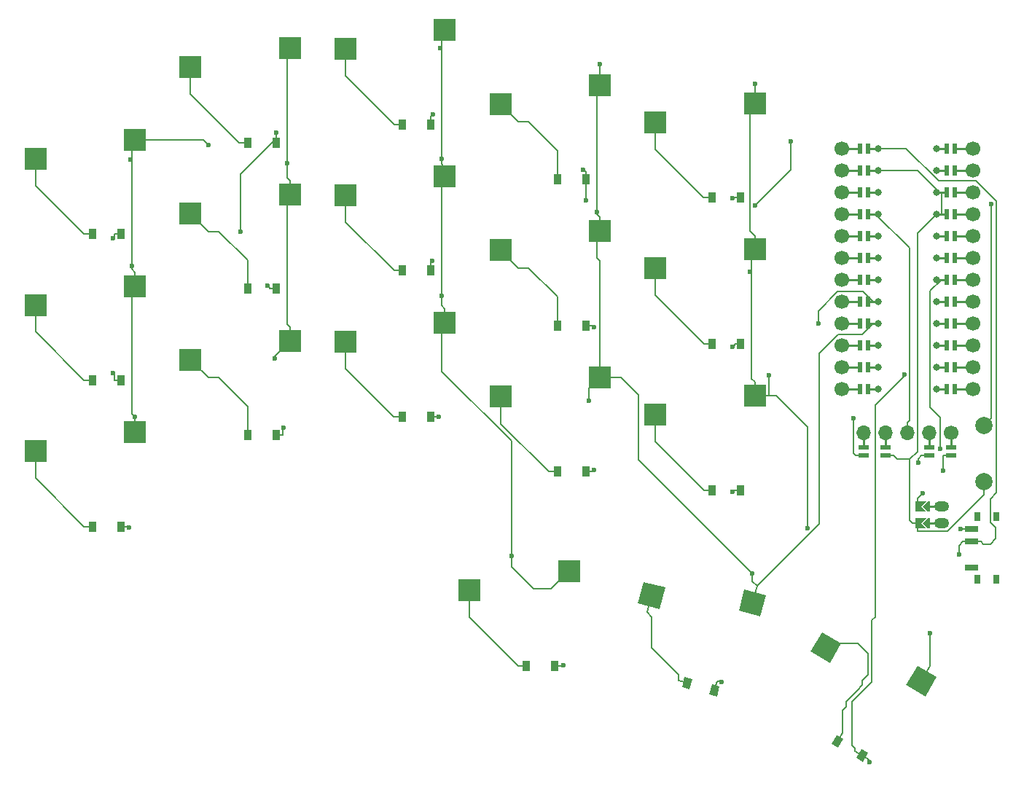
<source format=gtl>
G04 #@! TF.GenerationSoftware,KiCad,Pcbnew,8.0.6+1*
G04 #@! TF.CreationDate,2024-12-31T16:22:39+00:00*
G04 #@! TF.ProjectId,corney_island_wireless_autorouted,636f726e-6579-45f6-9973-6c616e645f77,0.2*
G04 #@! TF.SameCoordinates,Original*
G04 #@! TF.FileFunction,Copper,L1,Top*
G04 #@! TF.FilePolarity,Positive*
%FSLAX46Y46*%
G04 Gerber Fmt 4.6, Leading zero omitted, Abs format (unit mm)*
G04 Created by KiCad (PCBNEW 8.0.6+1) date 2024-12-31 16:22:39*
%MOMM*%
%LPD*%
G01*
G04 APERTURE LIST*
G04 #@! TA.AperFunction,ComponentPad*
%ADD10C,2.000000*%
G04 #@! TD*
G04 #@! TA.AperFunction,SMDPad,CuDef*
%ADD11R,0.900000X1.200000*%
G04 #@! TD*
G04 #@! TA.AperFunction,SMDPad,CuDef*
%ADD12R,2.600000X2.600000*%
G04 #@! TD*
G04 #@! TA.AperFunction,ComponentPad*
%ADD13C,1.700000*%
G04 #@! TD*
G04 #@! TA.AperFunction,SMDPad,CuDef*
%ADD14R,0.600000X1.200000*%
G04 #@! TD*
G04 #@! TA.AperFunction,ComponentPad*
%ADD15C,0.800000*%
G04 #@! TD*
G04 #@! TA.AperFunction,ComponentPad*
%ADD16O,1.700000X1.700000*%
G04 #@! TD*
G04 #@! TA.AperFunction,SMDPad,CuDef*
%ADD17R,1.200000X0.600000*%
G04 #@! TD*
G04 #@! TA.AperFunction,SMDPad,CuDef*
%ADD18R,0.800000X1.000000*%
G04 #@! TD*
G04 #@! TA.AperFunction,SMDPad,CuDef*
%ADD19R,1.500000X0.700000*%
G04 #@! TD*
G04 #@! TA.AperFunction,ComponentPad*
%ADD20O,1.750000X1.200000*%
G04 #@! TD*
G04 #@! TA.AperFunction,ViaPad*
%ADD21C,0.600000*%
G04 #@! TD*
G04 #@! TA.AperFunction,Conductor*
%ADD22C,0.200000*%
G04 #@! TD*
G04 #@! TA.AperFunction,Conductor*
%ADD23C,0.250000*%
G04 #@! TD*
G04 APERTURE END LIST*
D10*
X201900000Y-93250000D03*
X201900000Y-99750000D03*
G04 #@! TA.AperFunction,SMDPad,CuDef*
G36*
X173404512Y-114788613D02*
G01*
X174077441Y-112277206D01*
X176588848Y-112950135D01*
X175915919Y-115461542D01*
X173404512Y-114788613D01*
G37*
G04 #@! TD.AperFunction*
G04 #@! TA.AperFunction,SMDPad,CuDef*
G36*
X161678667Y-113924290D02*
G01*
X162351596Y-111412883D01*
X164863003Y-112085812D01*
X164190074Y-114597219D01*
X161678667Y-113924290D01*
G37*
G04 #@! TD.AperFunction*
D11*
X173650000Y-100750000D03*
X170350000Y-100750000D03*
D12*
X121275000Y-83425000D03*
X109725000Y-85625000D03*
X139275000Y-47300000D03*
X127725000Y-49500000D03*
D11*
X155650000Y-64625000D03*
X152350000Y-64625000D03*
G04 #@! TA.AperFunction,SMDPad,CuDef*
G36*
X171182936Y-123562563D02*
G01*
X170872353Y-124721674D01*
X170003020Y-124488737D01*
X170313603Y-123329626D01*
X171182936Y-123562563D01*
G37*
G04 #@! TD.AperFunction*
G04 #@! TA.AperFunction,SMDPad,CuDef*
G36*
X167995380Y-122708463D02*
G01*
X167684797Y-123867574D01*
X166815464Y-123634637D01*
X167126047Y-122475526D01*
X167995380Y-122708463D01*
G37*
G04 #@! TD.AperFunction*
X173650000Y-66750000D03*
X170350000Y-66750000D03*
X155650000Y-98625000D03*
X152350000Y-98625000D03*
X101650000Y-88000000D03*
X98350000Y-88000000D03*
D13*
X200620000Y-61045000D03*
X200620000Y-63585000D03*
X200620000Y-66125000D03*
X200620000Y-68665000D03*
X200620000Y-71205000D03*
X200620000Y-73745000D03*
X200620000Y-76285000D03*
X200620000Y-78825000D03*
X200620000Y-81365000D03*
X200620000Y-83905000D03*
X200620000Y-86445000D03*
X200620000Y-88985000D03*
X185380000Y-88985000D03*
D14*
X187520000Y-88985000D03*
X198480000Y-88985000D03*
D13*
X185380000Y-86445000D03*
D14*
X187520000Y-86445000D03*
X198480000Y-86445000D03*
D13*
X185380000Y-83905000D03*
D14*
X187520000Y-83905000D03*
X198480000Y-83905000D03*
D13*
X185380000Y-81365000D03*
D14*
X187520000Y-81365000D03*
X198480000Y-81365000D03*
D13*
X185380000Y-78825000D03*
D14*
X187520000Y-78825000D03*
X198480000Y-78825000D03*
D13*
X185380000Y-76285000D03*
D14*
X187520000Y-76285000D03*
X198480000Y-76285000D03*
D13*
X185380000Y-73745000D03*
D14*
X187520000Y-73745000D03*
X198480000Y-73745000D03*
D13*
X185380000Y-71205000D03*
D14*
X187520000Y-71205000D03*
X198480000Y-71205000D03*
D13*
X185380000Y-68665000D03*
D14*
X187520000Y-68665000D03*
X198480000Y-68665000D03*
D13*
X185380000Y-66125000D03*
D14*
X187520000Y-66125000D03*
X198480000Y-66125000D03*
D13*
X185380000Y-63585000D03*
D14*
X187520000Y-63585000D03*
X198480000Y-63585000D03*
D13*
X185380000Y-61045000D03*
D14*
X187520000Y-61045000D03*
X198480000Y-61045000D03*
D15*
X196400000Y-61045000D03*
D14*
X197580000Y-61045000D03*
D15*
X196400000Y-63585000D03*
D14*
X197580000Y-63585000D03*
D15*
X196400000Y-66125000D03*
D14*
X197580000Y-66125000D03*
D15*
X196400000Y-68665000D03*
D14*
X197580000Y-68665000D03*
D15*
X196400000Y-71205000D03*
D14*
X197580000Y-71205000D03*
D15*
X196400000Y-73745000D03*
D14*
X197580000Y-73745000D03*
D15*
X196400000Y-76285000D03*
D14*
X197580000Y-76285000D03*
D15*
X196400000Y-78825000D03*
D14*
X197580000Y-78825000D03*
D15*
X196400000Y-81365000D03*
D14*
X197580000Y-81365000D03*
D15*
X196400000Y-83905000D03*
D14*
X197580000Y-83905000D03*
D15*
X196400000Y-86445000D03*
D14*
X197580000Y-86445000D03*
D15*
X196400000Y-88985000D03*
D14*
X197580000Y-88985000D03*
X188420000Y-88985000D03*
D15*
X189600000Y-88985000D03*
D14*
X188420000Y-86445000D03*
D15*
X189600000Y-86445000D03*
D14*
X188420000Y-83905000D03*
D15*
X189600000Y-83905000D03*
D14*
X188420000Y-81365000D03*
D15*
X189600000Y-81365000D03*
D14*
X188420000Y-78825000D03*
D15*
X189600000Y-78825000D03*
D14*
X188420000Y-76285000D03*
D15*
X189600000Y-76285000D03*
D14*
X188420000Y-73745000D03*
D15*
X189600000Y-73745000D03*
D14*
X188420000Y-71205000D03*
D15*
X189600000Y-71205000D03*
D14*
X188420000Y-68665000D03*
D15*
X189600000Y-68665000D03*
D14*
X188420000Y-66125000D03*
D15*
X189600000Y-66125000D03*
D14*
X188420000Y-63585000D03*
D15*
X189600000Y-63585000D03*
D14*
X188420000Y-61045000D03*
D15*
X189600000Y-61045000D03*
D11*
X137650000Y-58250000D03*
X134350000Y-58250000D03*
X119650000Y-77375000D03*
X116350000Y-77375000D03*
X152050000Y-121150000D03*
X148750000Y-121150000D03*
X101650000Y-71000000D03*
X98350000Y-71000000D03*
D12*
X157275000Y-70675000D03*
X145725000Y-72875000D03*
X175275000Y-89800000D03*
X163725000Y-92000000D03*
X175275000Y-72800000D03*
X163725000Y-75000000D03*
X139275000Y-81300000D03*
X127725000Y-83500000D03*
G04 #@! TA.AperFunction,SMDPad,CuDef*
G36*
X192866300Y-123407982D02*
G01*
X194166300Y-121156316D01*
X196417966Y-122456316D01*
X195117966Y-124707982D01*
X192866300Y-123407982D01*
G37*
G04 #@! TD.AperFunction*
G04 #@! TA.AperFunction,SMDPad,CuDef*
G36*
X181763707Y-119538238D02*
G01*
X183063707Y-117286572D01*
X185315373Y-118586572D01*
X184015373Y-120838238D01*
X181763707Y-119538238D01*
G37*
G04 #@! TD.AperFunction*
X103275000Y-77050000D03*
X91725000Y-79250000D03*
D16*
X187920000Y-94075000D03*
X190460000Y-94075000D03*
X193000000Y-94075000D03*
X195540000Y-94075000D03*
D13*
X198080000Y-94075000D03*
D17*
X187920000Y-96725000D03*
X190460000Y-96725000D03*
X195540000Y-96725000D03*
X198080000Y-96725000D03*
X187920000Y-95825000D03*
X190460000Y-95825000D03*
X195540000Y-95825000D03*
X198080000Y-95825000D03*
D12*
X139275000Y-64300000D03*
X127725000Y-66500000D03*
X121275000Y-49425000D03*
X109725000Y-51625000D03*
D11*
X173650000Y-83750000D03*
X170350000Y-83750000D03*
D12*
X103275000Y-60050000D03*
X91725000Y-62250000D03*
D18*
X201115000Y-103850000D03*
X201115000Y-111150000D03*
X203325000Y-103850000D03*
X203325000Y-111150000D03*
D19*
X200465000Y-109750000D03*
X200465000Y-106750000D03*
X200465000Y-105250000D03*
D12*
X103275000Y-94050000D03*
X91725000Y-96250000D03*
D11*
X101650000Y-105000000D03*
X98350000Y-105000000D03*
X119650000Y-94375000D03*
X116350000Y-94375000D03*
X137650000Y-75250000D03*
X134350000Y-75250000D03*
G04 #@! TA.AperFunction,SMDPad,CuDef*
G36*
X195184000Y-102025000D02*
G01*
X194584000Y-102625000D01*
X195184000Y-103225000D01*
X193934000Y-103225000D01*
X193934000Y-102025000D01*
X195184000Y-102025000D01*
G37*
G04 #@! TD.AperFunction*
G04 #@! TA.AperFunction,SMDPad,CuDef*
G36*
X195184000Y-104025000D02*
G01*
X194584000Y-104625000D01*
X195184000Y-105225000D01*
X193934000Y-105225000D01*
X193934000Y-104025000D01*
X195184000Y-104025000D01*
G37*
G04 #@! TD.AperFunction*
D20*
X197000000Y-102625000D03*
X197000000Y-104625000D03*
G04 #@! TA.AperFunction,SMDPad,CuDef*
G36*
X195400000Y-102025000D02*
G01*
X195600000Y-102025000D01*
X195600000Y-103225000D01*
X195400000Y-103225000D01*
X194800000Y-102625000D01*
X195400000Y-102025000D01*
G37*
G04 #@! TD.AperFunction*
G04 #@! TA.AperFunction,SMDPad,CuDef*
G36*
X195400000Y-104025000D02*
G01*
X195600000Y-104025000D01*
X195600000Y-105225000D01*
X195400000Y-105225000D01*
X194800000Y-104625000D01*
X195400000Y-104025000D01*
G37*
G04 #@! TD.AperFunction*
D12*
X157275000Y-87675000D03*
X145725000Y-89875000D03*
D11*
X119650000Y-60375000D03*
X116350000Y-60375000D03*
D12*
X175275000Y-55800000D03*
X163725000Y-58000000D03*
X157275000Y-53675000D03*
X145725000Y-55875000D03*
G04 #@! TA.AperFunction,SMDPad,CuDef*
G36*
X188449553Y-131308085D02*
G01*
X187849553Y-132347315D01*
X187070131Y-131897315D01*
X187670131Y-130858085D01*
X188449553Y-131308085D01*
G37*
G04 #@! TD.AperFunction*
G04 #@! TA.AperFunction,SMDPad,CuDef*
G36*
X185591669Y-129658085D02*
G01*
X184991669Y-130697315D01*
X184212247Y-130247315D01*
X184812247Y-129208085D01*
X185591669Y-129658085D01*
G37*
G04 #@! TD.AperFunction*
D11*
X155650000Y-81625000D03*
X152350000Y-81625000D03*
D12*
X121275000Y-66425000D03*
X109725000Y-68625000D03*
D11*
X137650000Y-92250000D03*
X134350000Y-92250000D03*
D12*
X153675000Y-110200000D03*
X142125000Y-112400000D03*
D21*
X103275000Y-92222100D03*
X111802500Y-60649800D03*
X102910600Y-74693100D03*
X102731000Y-62307700D03*
X119525700Y-85491000D03*
X120947500Y-62811600D03*
X138745100Y-49397600D03*
X138892200Y-62267500D03*
X147001900Y-108371300D03*
X182631100Y-81436600D03*
X138892200Y-78217800D03*
X157275000Y-51255000D03*
X156043700Y-90358500D03*
X174996700Y-110447300D03*
X156892200Y-68452000D03*
X176876700Y-87439100D03*
X181407800Y-105164300D03*
X174726100Y-75423800D03*
X175275000Y-53571900D03*
X195657600Y-117350500D03*
X179447300Y-60210800D03*
X175331200Y-67689500D03*
X156601900Y-98429500D03*
X138602600Y-92239800D03*
X172660200Y-100988100D03*
X120555100Y-93469900D03*
X102616000Y-105124600D03*
X137772500Y-74143100D03*
X100732400Y-87131200D03*
X118675600Y-77025700D03*
X172681400Y-84132300D03*
X156603400Y-81828900D03*
X100673700Y-71463000D03*
X155350100Y-63503600D03*
X155650000Y-67062000D03*
X172688100Y-66857800D03*
X115502400Y-70749400D03*
X119650000Y-59241400D03*
X137879300Y-57135400D03*
X192645300Y-87312200D03*
X153006900Y-121117100D03*
X171450300Y-123092500D03*
X188620000Y-132326600D03*
X198981100Y-108250000D03*
X202730000Y-67513300D03*
X186733500Y-92427300D03*
X196810000Y-95982100D03*
X197178300Y-98463500D03*
X194230200Y-97593600D03*
X199189300Y-105250000D03*
X194772100Y-101124800D03*
D22*
X102923800Y-77401200D02*
X103275000Y-77050000D01*
X102923800Y-91870900D02*
X102923800Y-77401200D01*
X103275000Y-92222100D02*
X102923800Y-91870900D01*
D23*
X188420000Y-73745000D02*
X189600000Y-73745000D01*
D22*
X102910600Y-62307700D02*
X102910600Y-60414400D01*
X102731000Y-62307700D02*
X102910600Y-62307700D01*
X103275000Y-76249100D02*
X103275000Y-75448300D01*
X102910600Y-62307700D02*
X102910600Y-74693100D01*
X102910600Y-60414400D02*
X103275000Y-60050000D01*
X102910600Y-74693100D02*
X102910600Y-75083900D01*
X103275000Y-76249100D02*
X103275000Y-76674400D01*
X111202700Y-60050000D02*
X111802500Y-60649800D01*
X102910600Y-75083900D02*
X103275000Y-75448300D01*
X103275000Y-60050000D02*
X111202700Y-60050000D01*
X103275000Y-94050000D02*
X103275000Y-92222100D01*
X103275000Y-77050000D02*
X103275000Y-76674400D01*
X193289900Y-97185100D02*
X191821800Y-97185100D01*
X194184000Y-104625000D02*
X193632300Y-104625000D01*
X201900000Y-101321800D02*
X197695100Y-105526700D01*
X193632300Y-104625000D02*
X193289900Y-104282600D01*
D23*
X197580000Y-66125000D02*
X196990000Y-66125000D01*
X196990000Y-66125000D02*
X196695000Y-66125000D01*
D22*
X193289900Y-104282600D02*
X193289900Y-97185100D01*
X194184000Y-104625000D02*
X194184000Y-105526700D01*
D23*
X188420000Y-63585000D02*
X189600000Y-63585000D01*
D22*
X190460000Y-96725000D02*
X191361700Y-96725000D01*
D23*
X196990000Y-68665000D02*
X196400000Y-68665000D01*
D22*
X197695100Y-105526700D02*
X194184000Y-105526700D01*
X201900000Y-99750000D02*
X201900000Y-101321800D01*
X196695000Y-66125000D02*
X194155000Y-63585000D01*
X194155000Y-63585000D02*
X189600000Y-63585000D01*
X196990000Y-68665000D02*
X196990000Y-66125000D01*
X191821800Y-97185100D02*
X191361700Y-96725000D01*
X194207500Y-96267500D02*
X194207500Y-70857500D01*
X193289900Y-97185100D02*
X194207500Y-96267500D01*
D23*
X196695000Y-66125000D02*
X196400000Y-66125000D01*
D22*
X194207500Y-70857500D02*
X196400000Y-68665000D01*
D23*
X197580000Y-68665000D02*
X196990000Y-68665000D01*
D22*
X121275000Y-49425000D02*
X120947500Y-49752500D01*
X120910000Y-66790000D02*
X120910000Y-81458300D01*
X121275000Y-83425000D02*
X121275000Y-81823300D01*
X121275000Y-65624100D02*
X121275000Y-64823300D01*
X120947500Y-62811600D02*
X120947500Y-64495800D01*
X120910000Y-81458300D02*
X121275000Y-81823300D01*
X121275000Y-65624100D02*
X121275000Y-66425000D01*
X121275000Y-66425000D02*
X120910000Y-66790000D01*
X121275000Y-83425000D02*
X119525700Y-85174300D01*
D23*
X188420000Y-76285000D02*
X189600000Y-76285000D01*
D22*
X119525700Y-85174300D02*
X119525700Y-85491000D01*
X120947500Y-64495800D02*
X121275000Y-64823300D01*
X120947500Y-49752500D02*
X120947500Y-62811600D01*
X138892200Y-79315500D02*
X138892200Y-78217800D01*
X147001900Y-108371300D02*
X147001900Y-95069600D01*
X139275000Y-79698300D02*
X138892200Y-79315500D01*
X138892200Y-49397600D02*
X138745100Y-49397600D01*
X138892200Y-78217800D02*
X138892200Y-64682800D01*
X189010000Y-78825000D02*
X187838800Y-77653800D01*
X139275000Y-64300000D02*
X139275000Y-63272800D01*
X147001900Y-95069600D02*
X138893600Y-86961300D01*
X139275000Y-63272800D02*
X138892200Y-62890000D01*
X139275000Y-81300000D02*
X139275000Y-79698300D01*
X138892200Y-64682800D02*
X139275000Y-64300000D01*
X149545500Y-112251700D02*
X147001900Y-109708100D01*
X182631100Y-79932400D02*
X182631100Y-81436600D01*
X151623300Y-112251700D02*
X149545500Y-112251700D01*
X138892200Y-62267500D02*
X138892200Y-49397600D01*
D23*
X189010000Y-78825000D02*
X189600000Y-78825000D01*
D22*
X147001900Y-109708100D02*
X147001900Y-108371300D01*
X138892200Y-62890000D02*
X138892200Y-62267500D01*
X138892200Y-49397600D02*
X138892200Y-47682800D01*
X187838800Y-77653800D02*
X184909700Y-77653800D01*
X138892200Y-47682800D02*
X139275000Y-47300000D01*
X153675000Y-110200000D02*
X151623300Y-112251700D01*
X184909700Y-77653800D02*
X182631100Y-79932400D01*
X138893600Y-81681400D02*
X139275000Y-81300000D01*
D23*
X188420000Y-78825000D02*
X189010000Y-78825000D01*
D22*
X138893600Y-86961300D02*
X138893600Y-81681400D01*
X157275000Y-53675000D02*
X156892200Y-54057800D01*
X157275000Y-87675000D02*
X157275000Y-74150300D01*
X174996700Y-111382100D02*
X174996700Y-110447300D01*
X174996700Y-113869400D02*
X175522300Y-111907700D01*
X156892200Y-73767500D02*
X156892200Y-71057800D01*
X161798500Y-89707900D02*
X159765600Y-87675000D01*
D23*
X188420000Y-81365000D02*
X189010000Y-81365000D01*
D22*
X174996700Y-110447300D02*
X161798500Y-97249100D01*
X157275000Y-74150300D02*
X156892200Y-73767500D01*
X159765600Y-87675000D02*
X157275000Y-87675000D01*
D23*
X189010000Y-81365000D02*
X189600000Y-81365000D01*
D22*
X175522400Y-111907700D02*
X175522300Y-111907700D01*
X156892200Y-68690500D02*
X156892200Y-68452000D01*
X156892200Y-54057800D02*
X156892200Y-68452000D01*
X161798500Y-97249100D02*
X161798500Y-89707900D01*
X157275000Y-70675000D02*
X157275000Y-69073300D01*
X156892200Y-71057800D02*
X157275000Y-70675000D01*
X184997700Y-82635000D02*
X182725400Y-84907300D01*
X175522300Y-111907700D02*
X174996700Y-111382100D01*
X157275000Y-69073300D02*
X156892200Y-68690500D01*
X187740000Y-82635000D02*
X184997700Y-82635000D01*
X157275000Y-52073300D02*
X157275000Y-51255000D01*
X156043700Y-88906300D02*
X157275000Y-87675000D01*
X182725400Y-84907300D02*
X182725400Y-104704700D01*
X156043700Y-90358500D02*
X156043700Y-88906300D01*
X189010000Y-81365000D02*
X187740000Y-82635000D01*
X157275000Y-53675000D02*
X157275000Y-52073300D01*
X182725400Y-104704700D02*
X175522400Y-111907700D01*
D23*
X188420000Y-83905000D02*
X189600000Y-83905000D01*
D22*
X174729500Y-56345500D02*
X174729500Y-70652800D01*
X174892200Y-87815500D02*
X174892200Y-75423800D01*
X175275000Y-72800000D02*
X175275000Y-71198300D01*
X175275000Y-89800000D02*
X176876700Y-89800000D01*
X175275000Y-88198300D02*
X174892200Y-87815500D01*
X174892200Y-73182800D02*
X175275000Y-72800000D01*
X175275000Y-55800000D02*
X174729500Y-56345500D01*
X176876700Y-89800000D02*
X176876700Y-87439100D01*
X194642100Y-122932100D02*
X195657600Y-121173200D01*
X181407800Y-93433800D02*
X181407800Y-105164300D01*
X174729500Y-70652800D02*
X175275000Y-71198300D01*
X175275000Y-54198300D02*
X175275000Y-53571900D01*
X174726100Y-75423800D02*
X174892200Y-75423800D01*
X176876700Y-89800000D02*
X177774000Y-89800000D01*
X177774000Y-89800000D02*
X181407800Y-93433800D01*
X175275000Y-55800000D02*
X175275000Y-54198300D01*
X195657600Y-121173200D02*
X195657600Y-117350500D01*
X174892200Y-75423800D02*
X174892200Y-73182800D01*
X175275000Y-89800000D02*
X175275000Y-88198300D01*
X179447300Y-63573400D02*
X175331200Y-67689500D01*
X179447300Y-60210800D02*
X179447300Y-63573400D01*
X172660200Y-100988100D02*
X172898300Y-100750000D01*
X119650000Y-94375000D02*
X120401700Y-94375000D01*
D23*
X197580000Y-83905000D02*
X196400000Y-83905000D01*
D22*
X137650000Y-92250000D02*
X138592400Y-92250000D01*
X102491400Y-105000000D02*
X102616000Y-105124600D01*
X156406400Y-98625000D02*
X156601900Y-98429500D01*
X120401700Y-93623300D02*
X120555100Y-93469900D01*
X101650000Y-105000000D02*
X102491400Y-105000000D01*
X138592400Y-92250000D02*
X138602600Y-92239800D01*
X120401700Y-94375000D02*
X120401700Y-93623300D01*
X155650000Y-98625000D02*
X156406400Y-98625000D01*
X173650000Y-100750000D02*
X172898300Y-100750000D01*
X118898300Y-77375000D02*
X118898300Y-77248400D01*
X119650000Y-77375000D02*
X118898300Y-77375000D01*
X118898300Y-77248400D02*
X118675600Y-77025700D01*
X137650000Y-75250000D02*
X137650000Y-74348300D01*
X173650000Y-83750000D02*
X172898300Y-83750000D01*
X172898300Y-83915400D02*
X172681400Y-84132300D01*
X172898300Y-83750000D02*
X172898300Y-83915400D01*
X100898300Y-87297100D02*
X100732400Y-87131200D01*
X137650000Y-74348300D02*
X137772500Y-74225800D01*
X156401700Y-81627200D02*
X156603400Y-81828900D01*
X155650000Y-81625000D02*
X156401700Y-81625000D01*
X101650000Y-88000000D02*
X100898300Y-88000000D01*
D23*
X197580000Y-81365000D02*
X196400000Y-81365000D01*
D22*
X100898300Y-88000000D02*
X100898300Y-87297100D01*
X137772500Y-74225800D02*
X137772500Y-74143100D01*
X156401700Y-81625000D02*
X156401700Y-81627200D01*
X119650000Y-59924100D02*
X119650000Y-59473300D01*
X115502400Y-64071700D02*
X115502400Y-70749400D01*
D23*
X197580000Y-78825000D02*
X196400000Y-78825000D01*
D22*
X172795900Y-66750000D02*
X172688100Y-66857800D01*
X173650000Y-66750000D02*
X172795900Y-66750000D01*
X119650000Y-59473300D02*
X119650000Y-59241400D01*
X100898300Y-71238400D02*
X100898300Y-71000000D01*
X155650000Y-64625000D02*
X155650000Y-63723300D01*
X155650000Y-63723300D02*
X155569800Y-63723300D01*
X119650000Y-60375000D02*
X119650000Y-59924100D01*
X100673700Y-71463000D02*
X100898300Y-71238400D01*
X137666400Y-57348300D02*
X137879300Y-57135400D01*
X155650000Y-64625000D02*
X155650000Y-67062000D01*
X137650000Y-58250000D02*
X137650000Y-57348300D01*
X119650000Y-59924100D02*
X115502400Y-64071700D01*
X137650000Y-57348300D02*
X137666400Y-57348300D01*
X101650000Y-71000000D02*
X100898300Y-71000000D01*
X155569800Y-63723300D02*
X155350100Y-63503600D01*
X186899600Y-131106000D02*
X186899600Y-130742500D01*
X152974000Y-121150000D02*
X153006900Y-121117100D01*
X152050000Y-121150000D02*
X152974000Y-121150000D01*
D23*
X197580000Y-86445000D02*
X196400000Y-86445000D01*
D22*
X171163200Y-122960100D02*
X171295600Y-123092500D01*
X188620100Y-132099400D02*
X188620000Y-132099500D01*
X189269000Y-90866600D02*
X192645300Y-87490300D01*
X186569700Y-125366600D02*
X188890800Y-123045500D01*
X171295600Y-123092500D02*
X171450300Y-123092500D01*
X189269000Y-115486100D02*
X189269000Y-90866600D01*
X170878500Y-122960100D02*
X171163200Y-122960100D01*
X188890800Y-115864300D02*
X189269000Y-115486100D01*
X187759800Y-131602700D02*
X188620100Y-132099400D01*
X170593000Y-124025700D02*
X170878500Y-122960100D01*
X186569700Y-130412600D02*
X186569700Y-125366600D01*
X192645300Y-87490300D02*
X192645300Y-87312200D01*
X188620000Y-132099500D02*
X188620000Y-132326600D01*
X188890800Y-123045500D02*
X188890800Y-115864300D01*
X187759800Y-131602700D02*
X186899600Y-131106000D01*
X186899600Y-130742500D02*
X186569700Y-130412600D01*
X98350000Y-105000000D02*
X97358100Y-105000000D01*
X91725000Y-99366900D02*
X91725000Y-96250000D01*
X97358100Y-105000000D02*
X91725000Y-99366900D01*
X97367600Y-88000000D02*
X91725000Y-82357400D01*
X91725000Y-82357400D02*
X91725000Y-79250000D01*
X98350000Y-88000000D02*
X97367600Y-88000000D01*
X98350000Y-71000000D02*
X97367600Y-71000000D01*
X91725000Y-65357400D02*
X91725000Y-62250000D01*
X97367600Y-71000000D02*
X91725000Y-65357400D01*
X116350000Y-94375000D02*
X116350000Y-91055800D01*
X111794900Y-87694900D02*
X109725000Y-85625000D01*
X116350000Y-91055800D02*
X112989100Y-87694900D01*
X112989100Y-87694900D02*
X111794900Y-87694900D01*
X116350000Y-74055800D02*
X112989100Y-70694900D01*
X111794900Y-70694900D02*
X109725000Y-68625000D01*
X116350000Y-77375000D02*
X116350000Y-74055800D01*
X112989100Y-70694900D02*
X111794900Y-70694900D01*
X109725000Y-54732400D02*
X109725000Y-51625000D01*
X116350000Y-60375000D02*
X115367600Y-60375000D01*
X115367600Y-60375000D02*
X109725000Y-54732400D01*
X134350000Y-92250000D02*
X133338400Y-92250000D01*
X127725000Y-86636600D02*
X127725000Y-83500000D01*
X133338400Y-92250000D02*
X127725000Y-86636600D01*
X127725000Y-69607400D02*
X127725000Y-66500000D01*
X134350000Y-75250000D02*
X133367600Y-75250000D01*
X133367600Y-75250000D02*
X127725000Y-69607400D01*
X133367600Y-58250000D02*
X127725000Y-52607400D01*
X127725000Y-52607400D02*
X127725000Y-49500000D01*
X134350000Y-58250000D02*
X133367600Y-58250000D01*
X152350000Y-98625000D02*
X151308500Y-98625000D01*
X145725000Y-93041500D02*
X145725000Y-89875000D01*
X151308500Y-98625000D02*
X145725000Y-93041500D01*
X152350000Y-81625000D02*
X152350000Y-78305800D01*
X152350000Y-78305800D02*
X148989100Y-74944900D01*
X147794900Y-74944900D02*
X145725000Y-72875000D01*
X148989100Y-74944900D02*
X147794900Y-74944900D01*
X152350000Y-64625000D02*
X152350000Y-61305800D01*
X147794900Y-57944900D02*
X145725000Y-55875000D01*
X148989100Y-57944900D02*
X147794900Y-57944900D01*
X152350000Y-61305800D02*
X148989100Y-57944900D01*
X170350000Y-100750000D02*
X169339300Y-100750000D01*
X169339300Y-100750000D02*
X163725000Y-95135700D01*
X163725000Y-95135700D02*
X163725000Y-92000000D01*
X169367600Y-83750000D02*
X163725000Y-78107400D01*
X163725000Y-78107400D02*
X163725000Y-75000000D01*
X170350000Y-83750000D02*
X169367600Y-83750000D01*
X163725000Y-61142900D02*
X163725000Y-58000000D01*
X169332100Y-66750000D02*
X163725000Y-61142900D01*
X170350000Y-66750000D02*
X169332100Y-66750000D01*
X148750000Y-121150000D02*
X147754100Y-121150000D01*
X147754100Y-121150000D02*
X142125000Y-115520900D01*
X142125000Y-115520900D02*
X142125000Y-112400000D01*
X167405400Y-123171500D02*
X166446000Y-122914400D01*
X162745300Y-114966700D02*
X162745200Y-114966700D01*
X163270800Y-113005100D02*
X162745200Y-114966700D01*
X163270800Y-119036900D02*
X163270800Y-115492200D01*
X166446000Y-122914400D02*
X166446000Y-122212100D01*
X163270800Y-115492200D02*
X162745300Y-114966700D01*
X166446000Y-122212100D02*
X163270800Y-119036900D01*
X188430200Y-122212200D02*
X187774100Y-122868300D01*
X187137100Y-124071200D02*
X187137100Y-124073300D01*
X185453600Y-126322900D02*
X185453600Y-128997300D01*
X187236700Y-118597400D02*
X188430200Y-119790900D01*
X187774100Y-122868300D02*
X187774100Y-123434200D01*
X183539500Y-119062400D02*
X184004500Y-118597400D01*
X188430200Y-119790900D02*
X188430200Y-122212200D01*
X184004500Y-118597400D02*
X187236700Y-118597400D01*
X184902000Y-129952700D02*
X185453600Y-128997300D01*
X185875200Y-125901300D02*
X185453600Y-126322900D01*
X185875200Y-125335200D02*
X185875200Y-125901300D01*
X187774100Y-123434200D02*
X187137100Y-124071200D01*
X187137100Y-124073300D02*
X185875200Y-125335200D01*
X201791800Y-107025100D02*
X202622600Y-107025100D01*
X200465000Y-106750000D02*
X199413300Y-106750000D01*
D23*
X188420000Y-61045000D02*
X189600000Y-61045000D01*
D22*
X192856600Y-61045000D02*
X189600000Y-61045000D01*
X196619900Y-64808300D02*
X192856600Y-61045000D01*
X202623300Y-104475000D02*
X202623300Y-101773800D01*
X203349500Y-101047600D02*
X203349500Y-67212300D01*
X202622600Y-107025100D02*
X203250700Y-106397000D01*
X202623300Y-101773800D02*
X203349500Y-101047600D01*
X203250700Y-106397000D02*
X203250700Y-105102400D01*
X203349500Y-67212300D02*
X200945500Y-64808300D01*
X200945500Y-64808300D02*
X196619900Y-64808300D01*
X201516700Y-106750000D02*
X201791800Y-107025100D01*
X200465000Y-106750000D02*
X201516700Y-106750000D01*
X198981100Y-107182200D02*
X199413300Y-106750000D01*
X203250700Y-105102400D02*
X202623300Y-104475000D01*
X198981100Y-108250000D02*
X198981100Y-107182200D01*
X202730000Y-92420000D02*
X202730000Y-67513300D01*
D23*
X188420000Y-66125000D02*
X189600000Y-66125000D01*
D22*
X201900000Y-93250000D02*
X202730000Y-92420000D01*
X193247000Y-72607000D02*
X189305000Y-68665000D01*
D23*
X189305000Y-68665000D02*
X189600000Y-68665000D01*
D22*
X193000000Y-92923300D02*
X193247000Y-92676300D01*
X193000000Y-94075000D02*
X193000000Y-92923300D01*
X193247000Y-92676300D02*
X193247000Y-72607000D01*
D23*
X188420000Y-68665000D02*
X189305000Y-68665000D01*
X188420000Y-71205000D02*
X189600000Y-71205000D01*
X188420000Y-86445000D02*
X189600000Y-86445000D01*
X188420000Y-88985000D02*
X189600000Y-88985000D01*
X197580000Y-61045000D02*
X196400000Y-61045000D01*
X197580000Y-63585000D02*
X196400000Y-63585000D01*
X197580000Y-71205000D02*
X196400000Y-71205000D01*
X197580000Y-73745000D02*
X196400000Y-73745000D01*
D22*
X196990000Y-76285000D02*
X195649300Y-77625700D01*
X187920000Y-96725000D02*
X187018300Y-96725000D01*
D23*
X197580000Y-76285000D02*
X196990000Y-76285000D01*
D22*
X195649300Y-77625700D02*
X195649300Y-91175000D01*
X195649300Y-91175000D02*
X196810000Y-92335700D01*
X187018300Y-96725000D02*
X186733500Y-96440200D01*
D23*
X196990000Y-76285000D02*
X196400000Y-76285000D01*
D22*
X186733500Y-96440200D02*
X186733500Y-92427300D01*
X196810000Y-92335700D02*
X196810000Y-95982100D01*
D23*
X197580000Y-88985000D02*
X196400000Y-88985000D01*
D22*
X187500000Y-61045000D02*
X187520000Y-61045000D01*
D23*
X185380000Y-61045000D02*
X187500000Y-61045000D01*
X198500000Y-61045000D02*
X200620000Y-61045000D01*
D22*
X198500000Y-61045000D02*
X198480000Y-61045000D01*
D23*
X185380000Y-63585000D02*
X187500000Y-63585000D01*
D22*
X187500000Y-63585000D02*
X187520000Y-63585000D01*
X198500000Y-63585000D02*
X198480000Y-63585000D01*
D23*
X198500000Y-63585000D02*
X200620000Y-63585000D01*
X185380000Y-66125000D02*
X187500000Y-66125000D01*
D22*
X187500000Y-66125000D02*
X187520000Y-66125000D01*
X198500000Y-66125000D02*
X198480000Y-66125000D01*
D23*
X198500000Y-66125000D02*
X200620000Y-66125000D01*
D22*
X187500000Y-68665000D02*
X187520000Y-68665000D01*
D23*
X185380000Y-68665000D02*
X187500000Y-68665000D01*
D22*
X198500000Y-68665000D02*
X198480000Y-68665000D01*
D23*
X198500000Y-68665000D02*
X200620000Y-68665000D01*
D22*
X187500000Y-71205000D02*
X187520000Y-71205000D01*
D23*
X185380000Y-71205000D02*
X187500000Y-71205000D01*
D22*
X198500000Y-71205000D02*
X198480000Y-71205000D01*
D23*
X198500000Y-71205000D02*
X200620000Y-71205000D01*
D22*
X187500000Y-73745000D02*
X187520000Y-73745000D01*
D23*
X185380000Y-73745000D02*
X187500000Y-73745000D01*
X198500000Y-73745000D02*
X200620000Y-73745000D01*
D22*
X198500000Y-73745000D02*
X198480000Y-73745000D01*
D23*
X185380000Y-76285000D02*
X187500000Y-76285000D01*
D22*
X187500000Y-76285000D02*
X187520000Y-76285000D01*
D23*
X198500000Y-76285000D02*
X200620000Y-76285000D01*
D22*
X198500000Y-76285000D02*
X198480000Y-76285000D01*
D23*
X185380000Y-78825000D02*
X187500000Y-78825000D01*
D22*
X187500000Y-78825000D02*
X187520000Y-78825000D01*
X198500000Y-78825000D02*
X198480000Y-78825000D01*
D23*
X198500000Y-78825000D02*
X200620000Y-78825000D01*
X185380000Y-81365000D02*
X187500000Y-81365000D01*
D22*
X187500000Y-81365000D02*
X187520000Y-81365000D01*
D23*
X198500000Y-81365000D02*
X200620000Y-81365000D01*
D22*
X198500000Y-81365000D02*
X198480000Y-81365000D01*
D23*
X185380000Y-83905000D02*
X187500000Y-83905000D01*
D22*
X187500000Y-83905000D02*
X187520000Y-83905000D01*
X198500000Y-83905000D02*
X198480000Y-83905000D01*
D23*
X198500000Y-83905000D02*
X200620000Y-83905000D01*
D22*
X187500000Y-86445000D02*
X187520000Y-86445000D01*
D23*
X185380000Y-86445000D02*
X187500000Y-86445000D01*
X198500000Y-86445000D02*
X200620000Y-86445000D01*
D22*
X198500000Y-86445000D02*
X198480000Y-86445000D01*
X187500000Y-88985000D02*
X187520000Y-88985000D01*
D23*
X185380000Y-88985000D02*
X187500000Y-88985000D01*
D22*
X198500000Y-88985000D02*
X198480000Y-88985000D01*
D23*
X198500000Y-88985000D02*
X200620000Y-88985000D01*
D22*
X197178300Y-96725000D02*
X197178300Y-98463500D01*
X198080000Y-96725000D02*
X197178300Y-96725000D01*
X194230200Y-97593600D02*
X194230200Y-97133100D01*
X194230200Y-97133100D02*
X194638300Y-96725000D01*
X195540000Y-96725000D02*
X194638300Y-96725000D01*
D23*
X187920000Y-94075000D02*
X187920000Y-95825000D01*
X190460000Y-94075000D02*
X190460000Y-95825000D01*
X195540000Y-94075000D02*
X195540000Y-95825000D01*
X198080000Y-94075000D02*
X198080000Y-95825000D01*
D22*
X194772100Y-101124800D02*
X194184000Y-101712900D01*
X194184000Y-101712900D02*
X194184000Y-102625000D01*
X200465000Y-105250000D02*
X199579600Y-105250000D01*
X199579600Y-105250000D02*
X199189300Y-105250000D01*
D23*
X195200000Y-102625000D02*
X197000000Y-102625000D01*
X195200000Y-104625000D02*
X197000000Y-104625000D01*
M02*

</source>
